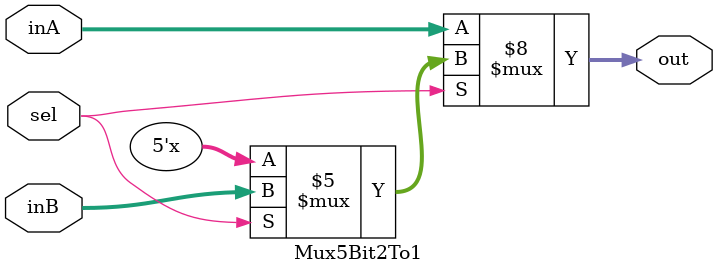
<source format=v>
`timescale 1ns / 1ps


module Mux5Bit2To1(out, inA, inB, sel);

    output reg [4:0] out;
    
    input [4:0] inA;
    input [4:0] inB;
    input sel;
    
    initial begin
        out = 0;
    end
    
    always @(inA, inB, sel, out) begin
        if(sel == 1'b0) begin
            out <= inA;
        end
        else if(sel == 1'b1) begin
            out <= inB;
        end
    end 

endmodule

</source>
